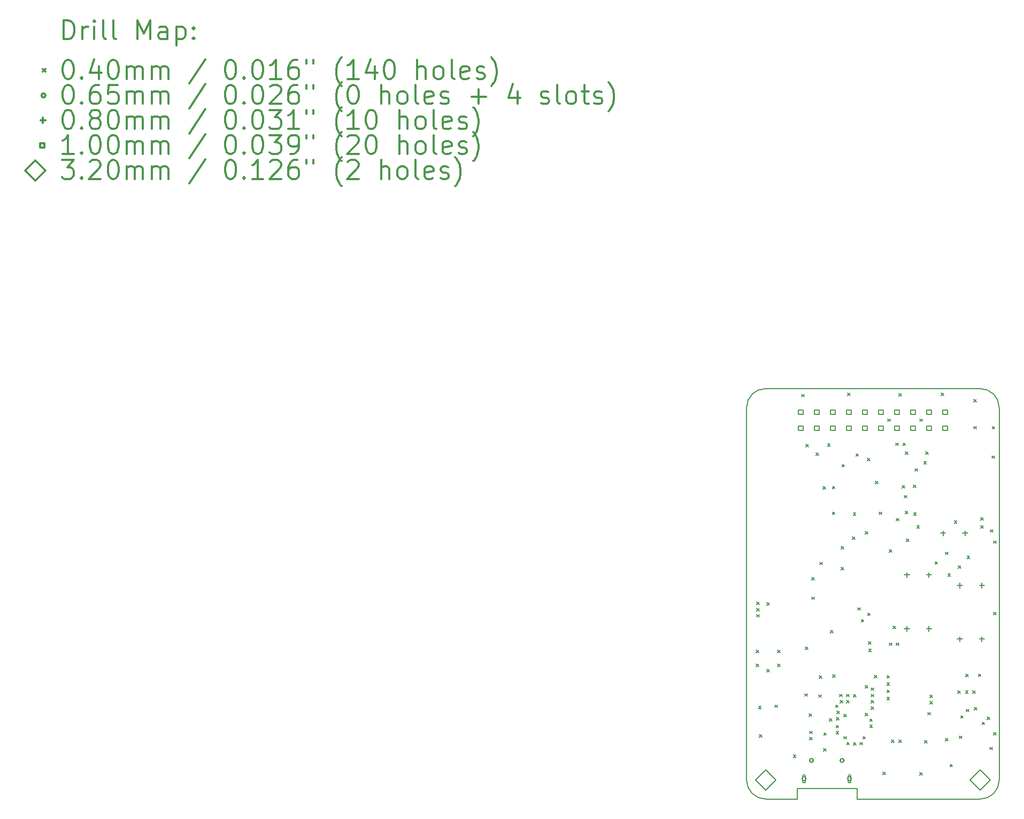
<source format=gbr>
%FSLAX45Y45*%
G04 Gerber Fmt 4.5, Leading zero omitted, Abs format (unit mm)*
G04 Created by KiCad (PCBNEW (5.1.5)-3) date 2020-06-30 19:59:05*
%MOMM*%
%LPD*%
G04 APERTURE LIST*
%TA.AperFunction,Profile*%
%ADD10C,0.150000*%
%TD*%
%ADD11C,0.200000*%
%ADD12C,0.300000*%
G04 APERTURE END LIST*
D10*
X-250000Y-6000000D02*
X1700000Y-6000000D01*
X-250000Y-5830000D02*
X-250000Y-6000000D01*
X-1200000Y-5830000D02*
X-250000Y-5830000D01*
X-1200000Y-6000000D02*
X-1200000Y-5830000D01*
X-1700000Y-6000000D02*
G75*
G02X-2000000Y-5700000I0J300000D01*
G01*
X2000000Y-5700000D02*
G75*
G02X1700000Y-6000000I-300000J0D01*
G01*
X1700000Y500000D02*
G75*
G02X2000000Y200000I0J-300000D01*
G01*
X-2000000Y200000D02*
G75*
G02X-1700000Y500000I300000J0D01*
G01*
X-2000000Y-5700000D02*
X-2000000Y200000D01*
X-1200000Y-6000000D02*
X-1700000Y-6000000D01*
X2000000Y200000D02*
X2000000Y-5700000D01*
X-1700000Y500000D02*
X1700000Y500000D01*
D11*
X-1850000Y-3640000D02*
X-1810000Y-3680000D01*
X-1810000Y-3640000D02*
X-1850000Y-3680000D01*
X-1850000Y-3860000D02*
X-1810000Y-3900000D01*
X-1810000Y-3860000D02*
X-1850000Y-3900000D01*
X-1840000Y-2880000D02*
X-1800000Y-2920000D01*
X-1800000Y-2880000D02*
X-1840000Y-2920000D01*
X-1840000Y-2980000D02*
X-1800000Y-3020000D01*
X-1800000Y-2980000D02*
X-1840000Y-3020000D01*
X-1840000Y-3080000D02*
X-1800000Y-3120000D01*
X-1800000Y-3080000D02*
X-1840000Y-3120000D01*
X-1810000Y-4530000D02*
X-1770000Y-4570000D01*
X-1770000Y-4530000D02*
X-1810000Y-4570000D01*
X-1800000Y-4980000D02*
X-1760000Y-5020000D01*
X-1760000Y-4980000D02*
X-1800000Y-5020000D01*
X-1680000Y-2890000D02*
X-1640000Y-2930000D01*
X-1640000Y-2890000D02*
X-1680000Y-2930000D01*
X-1680000Y-3950000D02*
X-1640000Y-3990000D01*
X-1640000Y-3950000D02*
X-1680000Y-3990000D01*
X-1550000Y-4510000D02*
X-1510000Y-4550000D01*
X-1510000Y-4510000D02*
X-1550000Y-4550000D01*
X-1510000Y-3640000D02*
X-1470000Y-3680000D01*
X-1470000Y-3640000D02*
X-1510000Y-3680000D01*
X-1510000Y-3860000D02*
X-1470000Y-3900000D01*
X-1470000Y-3860000D02*
X-1510000Y-3900000D01*
X-1260000Y-5300000D02*
X-1220000Y-5340000D01*
X-1220000Y-5300000D02*
X-1260000Y-5340000D01*
X-1130000Y410000D02*
X-1090000Y370000D01*
X-1090000Y410000D02*
X-1130000Y370000D01*
X-1077500Y-4332500D02*
X-1037500Y-4372500D01*
X-1037500Y-4332500D02*
X-1077500Y-4372500D01*
X-1070000Y-3590000D02*
X-1030000Y-3630000D01*
X-1030000Y-3590000D02*
X-1070000Y-3630000D01*
X-1060000Y-380000D02*
X-1020000Y-420000D01*
X-1020000Y-380000D02*
X-1060000Y-420000D01*
X-1010000Y-4650000D02*
X-970000Y-4690000D01*
X-970000Y-4650000D02*
X-1010000Y-4690000D01*
X-1000000Y-4925001D02*
X-960000Y-4965001D01*
X-960000Y-4925001D02*
X-1000000Y-4965001D01*
X-1000000Y-5020000D02*
X-960000Y-5060000D01*
X-960000Y-5020000D02*
X-1000000Y-5060000D01*
X-970000Y-2490000D02*
X-930000Y-2530000D01*
X-930000Y-2490000D02*
X-970000Y-2530000D01*
X-970000Y-2800000D02*
X-930000Y-2840000D01*
X-930000Y-2800000D02*
X-970000Y-2840000D01*
X-900000Y-520000D02*
X-860000Y-560000D01*
X-860000Y-520000D02*
X-900000Y-560000D01*
X-860000Y-4350000D02*
X-820000Y-4390000D01*
X-820000Y-4350000D02*
X-860000Y-4390000D01*
X-850000Y-4050000D02*
X-810000Y-4090000D01*
X-810000Y-4050000D02*
X-850000Y-4090000D01*
X-840000Y-2250000D02*
X-800000Y-2290000D01*
X-800000Y-2250000D02*
X-840000Y-2290000D01*
X-790000Y-1050000D02*
X-750000Y-1090000D01*
X-750000Y-1050000D02*
X-790000Y-1090000D01*
X-780000Y-5199998D02*
X-740000Y-5239998D01*
X-740000Y-5199998D02*
X-780000Y-5239998D01*
X-777500Y-4950001D02*
X-737500Y-4990001D01*
X-737500Y-4950001D02*
X-777500Y-4990001D01*
X-718500Y-373700D02*
X-678500Y-413700D01*
X-678500Y-373700D02*
X-718500Y-413700D01*
X-686000Y-4723000D02*
X-646000Y-4763000D01*
X-646000Y-4723000D02*
X-686000Y-4763000D01*
X-670000Y-3330000D02*
X-630000Y-3370000D01*
X-630000Y-3330000D02*
X-670000Y-3370000D01*
X-642300Y-1046800D02*
X-602300Y-1086800D01*
X-602300Y-1046800D02*
X-642300Y-1086800D01*
X-642300Y-1453200D02*
X-602300Y-1493200D01*
X-602300Y-1453200D02*
X-642300Y-1493200D01*
X-640000Y-4030000D02*
X-600000Y-4070000D01*
X-600000Y-4030000D02*
X-640000Y-4070000D01*
X-590000Y-4510000D02*
X-550000Y-4550000D01*
X-550000Y-4510000D02*
X-590000Y-4550000D01*
X-583000Y-4831000D02*
X-543000Y-4871000D01*
X-543000Y-4831000D02*
X-583000Y-4871000D01*
X-582000Y-4932000D02*
X-542000Y-4972000D01*
X-542000Y-4932000D02*
X-582000Y-4972000D01*
X-577000Y-4709000D02*
X-537000Y-4749000D01*
X-537000Y-4709000D02*
X-577000Y-4749000D01*
X-570000Y-4610000D02*
X-530000Y-4650000D01*
X-530000Y-4610000D02*
X-570000Y-4650000D01*
X-527500Y-4340000D02*
X-487500Y-4380000D01*
X-487500Y-4340000D02*
X-527500Y-4380000D01*
X-520000Y-4440000D02*
X-480000Y-4480000D01*
X-480000Y-4440000D02*
X-520000Y-4480000D01*
X-500000Y-2000000D02*
X-460000Y-2040000D01*
X-460000Y-2000000D02*
X-500000Y-2040000D01*
X-500000Y-2330000D02*
X-460000Y-2370000D01*
X-460000Y-2330000D02*
X-500000Y-2370000D01*
X-490000Y-700000D02*
X-450000Y-740000D01*
X-450000Y-700000D02*
X-490000Y-740000D01*
X-460000Y-4660000D02*
X-420000Y-4700000D01*
X-420000Y-4660000D02*
X-460000Y-4700000D01*
X-460000Y-5010000D02*
X-420000Y-5050000D01*
X-420000Y-5010000D02*
X-460000Y-5050000D01*
X-420000Y-4340000D02*
X-380000Y-4380000D01*
X-380000Y-4340000D02*
X-420000Y-4380000D01*
X-420000Y-4440000D02*
X-380000Y-4480000D01*
X-380000Y-4440000D02*
X-420000Y-4480000D01*
X-413000Y-5103000D02*
X-373000Y-5143000D01*
X-373000Y-5103000D02*
X-413000Y-5143000D01*
X-400000Y430000D02*
X-360000Y390000D01*
X-360000Y430000D02*
X-400000Y390000D01*
X-324800Y-1846900D02*
X-284800Y-1886900D01*
X-284800Y-1846900D02*
X-324800Y-1886900D01*
X-312100Y-1465900D02*
X-272100Y-1505900D01*
X-272100Y-1465900D02*
X-312100Y-1505900D01*
X-310000Y-4345000D02*
X-270000Y-4385000D01*
X-270000Y-4345000D02*
X-310000Y-4385000D01*
X-304379Y-5107498D02*
X-264379Y-5147498D01*
X-264379Y-5107498D02*
X-304379Y-5147498D01*
X-270000Y-530000D02*
X-230000Y-570000D01*
X-230000Y-530000D02*
X-270000Y-570000D01*
X-240000Y-2970000D02*
X-200000Y-3010000D01*
X-200000Y-2970000D02*
X-240000Y-3010000D01*
X-204000Y-5103000D02*
X-164000Y-5143000D01*
X-164000Y-5103000D02*
X-204000Y-5143000D01*
X-185100Y-3155000D02*
X-145100Y-3195000D01*
X-145100Y-3155000D02*
X-185100Y-3195000D01*
X-160000Y-5010000D02*
X-120000Y-5050000D01*
X-120000Y-5010000D02*
X-160000Y-5050000D01*
X-120000Y-1760000D02*
X-80000Y-1800000D01*
X-80000Y-1760000D02*
X-120000Y-1800000D01*
X-120000Y-4200000D02*
X-80000Y-4240000D01*
X-80000Y-4200000D02*
X-120000Y-4240000D01*
X-120000Y-4640000D02*
X-80000Y-4680000D01*
X-80000Y-4640000D02*
X-120000Y-4680000D01*
X-90000Y-600000D02*
X-50000Y-640000D01*
X-50000Y-600000D02*
X-90000Y-640000D01*
X-83500Y-3053400D02*
X-43500Y-3093400D01*
X-43500Y-3053400D02*
X-83500Y-3093400D01*
X-70000Y-3504000D02*
X-30000Y-3544000D01*
X-30000Y-3504000D02*
X-70000Y-3544000D01*
X-66000Y-3625000D02*
X-26000Y-3665000D01*
X-26000Y-3625000D02*
X-66000Y-3665000D01*
X-50000Y-4730000D02*
X-10000Y-4770000D01*
X-10000Y-4730000D02*
X-50000Y-4770000D01*
X-50000Y-4830000D02*
X-10000Y-4870000D01*
X-10000Y-4830000D02*
X-50000Y-4870000D01*
X-30000Y-4240000D02*
X10000Y-4280000D01*
X10000Y-4240000D02*
X-30000Y-4280000D01*
X-30000Y-4440000D02*
X10000Y-4480000D01*
X10000Y-4440000D02*
X-30000Y-4480000D01*
X-30000Y-4540000D02*
X10000Y-4580000D01*
X10000Y-4540000D02*
X-30000Y-4580000D01*
X-25000Y-4340000D02*
X15000Y-4380000D01*
X15000Y-4340000D02*
X-25000Y-4380000D01*
X20000Y-4040000D02*
X60000Y-4080000D01*
X60000Y-4040000D02*
X20000Y-4080000D01*
X40960Y-965520D02*
X80960Y-1005520D01*
X80960Y-965520D02*
X40960Y-1005520D01*
X101920Y-1453200D02*
X141920Y-1493200D01*
X141920Y-1453200D02*
X101920Y-1493200D01*
X160000Y-5570000D02*
X200000Y-5610000D01*
X200000Y-5570000D02*
X160000Y-5610000D01*
X221300Y-4044000D02*
X261300Y-4084000D01*
X261300Y-4044000D02*
X221300Y-4084000D01*
X221300Y-4158300D02*
X261300Y-4198300D01*
X261300Y-4158300D02*
X221300Y-4198300D01*
X221300Y-4272600D02*
X261300Y-4312600D01*
X261300Y-4272600D02*
X221300Y-4312600D01*
X221300Y-4386900D02*
X261300Y-4426900D01*
X261300Y-4386900D02*
X221300Y-4426900D01*
X234000Y20000D02*
X274000Y-20000D01*
X274000Y20000D02*
X234000Y-20000D01*
X259400Y-2047560D02*
X299400Y-2087560D01*
X299400Y-2047560D02*
X259400Y-2087560D01*
X261000Y-3528000D02*
X301000Y-3568000D01*
X301000Y-3528000D02*
X261000Y-3568000D01*
X295000Y-5065000D02*
X335000Y-5105000D01*
X335000Y-5065000D02*
X295000Y-5105000D01*
X320000Y-3260000D02*
X360000Y-3300000D01*
X360000Y-3260000D02*
X320000Y-3300000D01*
X361000Y-361000D02*
X401000Y-401000D01*
X401000Y-361000D02*
X361000Y-401000D01*
X368000Y-3527000D02*
X408000Y-3567000D01*
X408000Y-3527000D02*
X368000Y-3567000D01*
X371160Y-1554800D02*
X411160Y-1594800D01*
X411160Y-1554800D02*
X371160Y-1594800D01*
X410000Y420000D02*
X450000Y380000D01*
X450000Y420000D02*
X410000Y380000D01*
X415000Y-5065000D02*
X455000Y-5105000D01*
X455000Y-5065000D02*
X415000Y-5105000D01*
X462600Y-1031560D02*
X502600Y-1071560D01*
X502600Y-1031560D02*
X462600Y-1071560D01*
X475300Y-361000D02*
X515300Y-401000D01*
X515300Y-361000D02*
X475300Y-401000D01*
X500000Y-1190000D02*
X540000Y-1230000D01*
X540000Y-1190000D02*
X500000Y-1230000D01*
X513400Y-503240D02*
X553400Y-543240D01*
X553400Y-503240D02*
X513400Y-543240D01*
X513400Y-1437960D02*
X553400Y-1477960D01*
X553400Y-1437960D02*
X513400Y-1477960D01*
X533720Y-1879920D02*
X573720Y-1919920D01*
X573720Y-1879920D02*
X533720Y-1919920D01*
X640400Y-1026480D02*
X680400Y-1066480D01*
X680400Y-1026480D02*
X640400Y-1066480D01*
X645480Y-1463360D02*
X685480Y-1503360D01*
X685480Y-1463360D02*
X645480Y-1503360D01*
X665800Y-767400D02*
X705800Y-807400D01*
X705800Y-767400D02*
X665800Y-807400D01*
X696280Y-1666560D02*
X736280Y-1706560D01*
X736280Y-1666560D02*
X696280Y-1706560D01*
X740000Y-5580000D02*
X780000Y-5620000D01*
X780000Y-5580000D02*
X740000Y-5620000D01*
X742000Y20000D02*
X782000Y-20000D01*
X782000Y20000D02*
X742000Y-20000D01*
X805500Y-653100D02*
X845500Y-693100D01*
X845500Y-653100D02*
X805500Y-693100D01*
X820000Y-5072700D02*
X860000Y-5112700D01*
X860000Y-5072700D02*
X820000Y-5112700D01*
X838520Y-503240D02*
X878520Y-543240D01*
X878520Y-503240D02*
X838520Y-543240D01*
X869000Y-4628200D02*
X909000Y-4668200D01*
X909000Y-4628200D02*
X869000Y-4668200D01*
X904000Y-4352000D02*
X944000Y-4392000D01*
X944000Y-4352000D02*
X904000Y-4392000D01*
X904000Y-4452000D02*
X944000Y-4492000D01*
X944000Y-4452000D02*
X904000Y-4492000D01*
X983300Y-2240600D02*
X1023300Y-2280600D01*
X1023300Y-2240600D02*
X983300Y-2280600D01*
X1080000Y430000D02*
X1120000Y390000D01*
X1120000Y430000D02*
X1080000Y390000D01*
X1148400Y-2088200D02*
X1188400Y-2128200D01*
X1188400Y-2088200D02*
X1148400Y-2128200D01*
X1150000Y-5040000D02*
X1190000Y-5080000D01*
X1190000Y-5040000D02*
X1150000Y-5080000D01*
X1186500Y-2431100D02*
X1226500Y-2471100D01*
X1226500Y-2431100D02*
X1186500Y-2471100D01*
X1220000Y-5450000D02*
X1260000Y-5490000D01*
X1260000Y-5450000D02*
X1220000Y-5490000D01*
X1288100Y-1592900D02*
X1328100Y-1632900D01*
X1328100Y-1592900D02*
X1288100Y-1632900D01*
X1345000Y-4287000D02*
X1385000Y-4327000D01*
X1385000Y-4287000D02*
X1345000Y-4327000D01*
X1351600Y-2304100D02*
X1391600Y-2344100D01*
X1391600Y-2304100D02*
X1351600Y-2344100D01*
X1370000Y-5000000D02*
X1410000Y-5040000D01*
X1410000Y-5000000D02*
X1370000Y-5040000D01*
X1389700Y-4679000D02*
X1429700Y-4719000D01*
X1429700Y-4679000D02*
X1389700Y-4719000D01*
X1467298Y-4287118D02*
X1507298Y-4327118D01*
X1507298Y-4287118D02*
X1467298Y-4327118D01*
X1470000Y-4024000D02*
X1510000Y-4064000D01*
X1510000Y-4024000D02*
X1470000Y-4064000D01*
X1477000Y-4577400D02*
X1517000Y-4617400D01*
X1517000Y-4577400D02*
X1477000Y-4617400D01*
X1491300Y-2151700D02*
X1531300Y-2191700D01*
X1531300Y-2151700D02*
X1491300Y-2191700D01*
X1580000Y-4284000D02*
X1620000Y-4324000D01*
X1620000Y-4284000D02*
X1580000Y-4324000D01*
X1600000Y330000D02*
X1640000Y290000D01*
X1640000Y330000D02*
X1600000Y290000D01*
X1600000Y-100000D02*
X1640000Y-140000D01*
X1640000Y-100000D02*
X1600000Y-140000D01*
X1605000Y-4551000D02*
X1645000Y-4591000D01*
X1645000Y-4551000D02*
X1605000Y-4591000D01*
X1669100Y-4020000D02*
X1709100Y-4060000D01*
X1709100Y-4020000D02*
X1669100Y-4060000D01*
X1707200Y-1542100D02*
X1747200Y-1582100D01*
X1747200Y-1542100D02*
X1707200Y-1582100D01*
X1707200Y-1669100D02*
X1747200Y-1709100D01*
X1747200Y-1669100D02*
X1707200Y-1709100D01*
X1730000Y-4780000D02*
X1770000Y-4820000D01*
X1770000Y-4780000D02*
X1730000Y-4820000D01*
X1810000Y-4700000D02*
X1850000Y-4740000D01*
X1850000Y-4700000D02*
X1810000Y-4740000D01*
X1850000Y-5180000D02*
X1890000Y-5220000D01*
X1890000Y-5180000D02*
X1850000Y-5220000D01*
X1859600Y-1732600D02*
X1899600Y-1772600D01*
X1899600Y-1732600D02*
X1859600Y-1772600D01*
X1885000Y-564200D02*
X1925000Y-604200D01*
X1925000Y-564200D02*
X1885000Y-604200D01*
X1890000Y-100000D02*
X1930000Y-140000D01*
X1930000Y-100000D02*
X1890000Y-140000D01*
X1910400Y-1910400D02*
X1950400Y-1950400D01*
X1950400Y-1910400D02*
X1910400Y-1950400D01*
X1910400Y-3040700D02*
X1950400Y-3080700D01*
X1950400Y-3040700D02*
X1910400Y-3080700D01*
X1910400Y-4945700D02*
X1950400Y-4985700D01*
X1950400Y-4945700D02*
X1910400Y-4985700D01*
X-1057500Y-5680000D02*
G75*
G03X-1057500Y-5680000I-32500J0D01*
G01*
X-1112500Y-5637500D02*
X-1112500Y-5722500D01*
X-1067500Y-5637500D02*
X-1067500Y-5722500D01*
X-1112500Y-5722500D02*
G75*
G03X-1067500Y-5722500I22500J0D01*
G01*
X-1067500Y-5637500D02*
G75*
G03X-1112500Y-5637500I-22500J0D01*
G01*
X-940000Y-5390000D02*
G75*
G03X-940000Y-5390000I-32500J0D01*
G01*
X-995000Y-5380000D02*
X-995000Y-5400000D01*
X-950000Y-5380000D02*
X-950000Y-5400000D01*
X-995000Y-5400000D02*
G75*
G03X-950000Y-5400000I22500J0D01*
G01*
X-950000Y-5380000D02*
G75*
G03X-995000Y-5380000I-22500J0D01*
G01*
X-455000Y-5390000D02*
G75*
G03X-455000Y-5390000I-32500J0D01*
G01*
X-510000Y-5380000D02*
X-510000Y-5400000D01*
X-465000Y-5380000D02*
X-465000Y-5400000D01*
X-510000Y-5400000D02*
G75*
G03X-465000Y-5400000I22500J0D01*
G01*
X-465000Y-5380000D02*
G75*
G03X-510000Y-5380000I-22500J0D01*
G01*
X-337500Y-5680000D02*
G75*
G03X-337500Y-5680000I-32500J0D01*
G01*
X-392500Y-5637500D02*
X-392500Y-5722500D01*
X-347500Y-5637500D02*
X-347500Y-5722500D01*
X-392500Y-5722500D02*
G75*
G03X-347500Y-5722500I22500J0D01*
G01*
X-347500Y-5637500D02*
G75*
G03X-392500Y-5637500I-22500J0D01*
G01*
X1110500Y-1750700D02*
X1110500Y-1830700D01*
X1070500Y-1790700D02*
X1150500Y-1790700D01*
X1460500Y-1750700D02*
X1460500Y-1830700D01*
X1420500Y-1790700D02*
X1500500Y-1790700D01*
X539000Y-3262000D02*
X539000Y-3342000D01*
X499000Y-3302000D02*
X579000Y-3302000D01*
X889000Y-3262000D02*
X889000Y-3342000D01*
X849000Y-3302000D02*
X929000Y-3302000D01*
X539000Y-2411100D02*
X539000Y-2491100D01*
X499000Y-2451100D02*
X579000Y-2451100D01*
X889000Y-2411100D02*
X889000Y-2491100D01*
X849000Y-2451100D02*
X929000Y-2451100D01*
X1377200Y-3427100D02*
X1377200Y-3507100D01*
X1337200Y-3467100D02*
X1417200Y-3467100D01*
X1727200Y-3427100D02*
X1727200Y-3507100D01*
X1687200Y-3467100D02*
X1767200Y-3467100D01*
X1377200Y-2576200D02*
X1377200Y-2656200D01*
X1337200Y-2616200D02*
X1417200Y-2616200D01*
X1727200Y-2576200D02*
X1727200Y-2656200D01*
X1687200Y-2616200D02*
X1767200Y-2616200D01*
X-1107644Y91644D02*
X-1107644Y162356D01*
X-1178356Y162356D01*
X-1178356Y91644D01*
X-1107644Y91644D01*
X-1107644Y-162356D02*
X-1107644Y-91644D01*
X-1178356Y-91644D01*
X-1178356Y-162356D01*
X-1107644Y-162356D01*
X-853644Y91644D02*
X-853644Y162356D01*
X-924356Y162356D01*
X-924356Y91644D01*
X-853644Y91644D01*
X-853644Y-162356D02*
X-853644Y-91644D01*
X-924356Y-91644D01*
X-924356Y-162356D01*
X-853644Y-162356D01*
X-599644Y91644D02*
X-599644Y162356D01*
X-670356Y162356D01*
X-670356Y91644D01*
X-599644Y91644D01*
X-599644Y-162356D02*
X-599644Y-91644D01*
X-670356Y-91644D01*
X-670356Y-162356D01*
X-599644Y-162356D01*
X-345644Y91644D02*
X-345644Y162356D01*
X-416356Y162356D01*
X-416356Y91644D01*
X-345644Y91644D01*
X-345644Y-162356D02*
X-345644Y-91644D01*
X-416356Y-91644D01*
X-416356Y-162356D01*
X-345644Y-162356D01*
X-91644Y91644D02*
X-91644Y162356D01*
X-162356Y162356D01*
X-162356Y91644D01*
X-91644Y91644D01*
X-91644Y-162356D02*
X-91644Y-91644D01*
X-162356Y-91644D01*
X-162356Y-162356D01*
X-91644Y-162356D01*
X162356Y91644D02*
X162356Y162356D01*
X91644Y162356D01*
X91644Y91644D01*
X162356Y91644D01*
X162356Y-162356D02*
X162356Y-91644D01*
X91644Y-91644D01*
X91644Y-162356D01*
X162356Y-162356D01*
X416356Y91644D02*
X416356Y162356D01*
X345644Y162356D01*
X345644Y91644D01*
X416356Y91644D01*
X416356Y-162356D02*
X416356Y-91644D01*
X345644Y-91644D01*
X345644Y-162356D01*
X416356Y-162356D01*
X670356Y91644D02*
X670356Y162356D01*
X599644Y162356D01*
X599644Y91644D01*
X670356Y91644D01*
X670356Y-162356D02*
X670356Y-91644D01*
X599644Y-91644D01*
X599644Y-162356D01*
X670356Y-162356D01*
X924356Y91644D02*
X924356Y162356D01*
X853644Y162356D01*
X853644Y91644D01*
X924356Y91644D01*
X924356Y-162356D02*
X924356Y-91644D01*
X853644Y-91644D01*
X853644Y-162356D01*
X924356Y-162356D01*
X1178356Y91644D02*
X1178356Y162356D01*
X1107644Y162356D01*
X1107644Y91644D01*
X1178356Y91644D01*
X1178356Y-162356D02*
X1178356Y-91644D01*
X1107644Y-91644D01*
X1107644Y-162356D01*
X1178356Y-162356D01*
X1700000Y-5860000D02*
X1860000Y-5700000D01*
X1700000Y-5540000D01*
X1540000Y-5700000D01*
X1700000Y-5860000D01*
X-1700000Y-5860000D02*
X-1540000Y-5700000D01*
X-1700000Y-5540000D01*
X-1860000Y-5700000D01*
X-1700000Y-5860000D01*
D12*
X-12813571Y6034286D02*
X-12813571Y6334286D01*
X-12742143Y6334286D01*
X-12699286Y6320000D01*
X-12670714Y6291429D01*
X-12656429Y6262857D01*
X-12642143Y6205714D01*
X-12642143Y6162857D01*
X-12656429Y6105714D01*
X-12670714Y6077143D01*
X-12699286Y6048571D01*
X-12742143Y6034286D01*
X-12813571Y6034286D01*
X-12513571Y6034286D02*
X-12513571Y6234286D01*
X-12513571Y6177143D02*
X-12499286Y6205714D01*
X-12485000Y6220000D01*
X-12456429Y6234286D01*
X-12427857Y6234286D01*
X-12327857Y6034286D02*
X-12327857Y6234286D01*
X-12327857Y6334286D02*
X-12342143Y6320000D01*
X-12327857Y6305714D01*
X-12313571Y6320000D01*
X-12327857Y6334286D01*
X-12327857Y6305714D01*
X-12142143Y6034286D02*
X-12170714Y6048571D01*
X-12185000Y6077143D01*
X-12185000Y6334286D01*
X-11985000Y6034286D02*
X-12013571Y6048571D01*
X-12027857Y6077143D01*
X-12027857Y6334286D01*
X-11642143Y6034286D02*
X-11642143Y6334286D01*
X-11542143Y6120000D01*
X-11442143Y6334286D01*
X-11442143Y6034286D01*
X-11170714Y6034286D02*
X-11170714Y6191429D01*
X-11185000Y6220000D01*
X-11213571Y6234286D01*
X-11270714Y6234286D01*
X-11299286Y6220000D01*
X-11170714Y6048571D02*
X-11199286Y6034286D01*
X-11270714Y6034286D01*
X-11299286Y6048571D01*
X-11313571Y6077143D01*
X-11313571Y6105714D01*
X-11299286Y6134286D01*
X-11270714Y6148571D01*
X-11199286Y6148571D01*
X-11170714Y6162857D01*
X-11027857Y6234286D02*
X-11027857Y5934286D01*
X-11027857Y6220000D02*
X-10999286Y6234286D01*
X-10942143Y6234286D01*
X-10913572Y6220000D01*
X-10899286Y6205714D01*
X-10885000Y6177143D01*
X-10885000Y6091429D01*
X-10899286Y6062857D01*
X-10913572Y6048571D01*
X-10942143Y6034286D01*
X-10999286Y6034286D01*
X-11027857Y6048571D01*
X-10756429Y6062857D02*
X-10742143Y6048571D01*
X-10756429Y6034286D01*
X-10770714Y6048571D01*
X-10756429Y6062857D01*
X-10756429Y6034286D01*
X-10756429Y6220000D02*
X-10742143Y6205714D01*
X-10756429Y6191429D01*
X-10770714Y6205714D01*
X-10756429Y6220000D01*
X-10756429Y6191429D01*
X-13140000Y5560000D02*
X-13100000Y5520000D01*
X-13100000Y5560000D02*
X-13140000Y5520000D01*
X-12756429Y5704286D02*
X-12727857Y5704286D01*
X-12699286Y5690000D01*
X-12685000Y5675714D01*
X-12670714Y5647143D01*
X-12656429Y5590000D01*
X-12656429Y5518572D01*
X-12670714Y5461429D01*
X-12685000Y5432857D01*
X-12699286Y5418572D01*
X-12727857Y5404286D01*
X-12756429Y5404286D01*
X-12785000Y5418572D01*
X-12799286Y5432857D01*
X-12813571Y5461429D01*
X-12827857Y5518572D01*
X-12827857Y5590000D01*
X-12813571Y5647143D01*
X-12799286Y5675714D01*
X-12785000Y5690000D01*
X-12756429Y5704286D01*
X-12527857Y5432857D02*
X-12513571Y5418572D01*
X-12527857Y5404286D01*
X-12542143Y5418572D01*
X-12527857Y5432857D01*
X-12527857Y5404286D01*
X-12256429Y5604286D02*
X-12256429Y5404286D01*
X-12327857Y5718571D02*
X-12399286Y5504286D01*
X-12213571Y5504286D01*
X-12042143Y5704286D02*
X-12013571Y5704286D01*
X-11985000Y5690000D01*
X-11970714Y5675714D01*
X-11956429Y5647143D01*
X-11942143Y5590000D01*
X-11942143Y5518572D01*
X-11956429Y5461429D01*
X-11970714Y5432857D01*
X-11985000Y5418572D01*
X-12013571Y5404286D01*
X-12042143Y5404286D01*
X-12070714Y5418572D01*
X-12085000Y5432857D01*
X-12099286Y5461429D01*
X-12113571Y5518572D01*
X-12113571Y5590000D01*
X-12099286Y5647143D01*
X-12085000Y5675714D01*
X-12070714Y5690000D01*
X-12042143Y5704286D01*
X-11813571Y5404286D02*
X-11813571Y5604286D01*
X-11813571Y5575714D02*
X-11799286Y5590000D01*
X-11770714Y5604286D01*
X-11727857Y5604286D01*
X-11699286Y5590000D01*
X-11685000Y5561429D01*
X-11685000Y5404286D01*
X-11685000Y5561429D02*
X-11670714Y5590000D01*
X-11642143Y5604286D01*
X-11599286Y5604286D01*
X-11570714Y5590000D01*
X-11556429Y5561429D01*
X-11556429Y5404286D01*
X-11413571Y5404286D02*
X-11413571Y5604286D01*
X-11413571Y5575714D02*
X-11399286Y5590000D01*
X-11370714Y5604286D01*
X-11327857Y5604286D01*
X-11299286Y5590000D01*
X-11285000Y5561429D01*
X-11285000Y5404286D01*
X-11285000Y5561429D02*
X-11270714Y5590000D01*
X-11242143Y5604286D01*
X-11199286Y5604286D01*
X-11170714Y5590000D01*
X-11156429Y5561429D01*
X-11156429Y5404286D01*
X-10570714Y5718571D02*
X-10827857Y5332857D01*
X-10185000Y5704286D02*
X-10156429Y5704286D01*
X-10127857Y5690000D01*
X-10113572Y5675714D01*
X-10099286Y5647143D01*
X-10085000Y5590000D01*
X-10085000Y5518572D01*
X-10099286Y5461429D01*
X-10113572Y5432857D01*
X-10127857Y5418572D01*
X-10156429Y5404286D01*
X-10185000Y5404286D01*
X-10213572Y5418572D01*
X-10227857Y5432857D01*
X-10242143Y5461429D01*
X-10256429Y5518572D01*
X-10256429Y5590000D01*
X-10242143Y5647143D01*
X-10227857Y5675714D01*
X-10213572Y5690000D01*
X-10185000Y5704286D01*
X-9956429Y5432857D02*
X-9942143Y5418572D01*
X-9956429Y5404286D01*
X-9970714Y5418572D01*
X-9956429Y5432857D01*
X-9956429Y5404286D01*
X-9756429Y5704286D02*
X-9727857Y5704286D01*
X-9699286Y5690000D01*
X-9685000Y5675714D01*
X-9670714Y5647143D01*
X-9656429Y5590000D01*
X-9656429Y5518572D01*
X-9670714Y5461429D01*
X-9685000Y5432857D01*
X-9699286Y5418572D01*
X-9727857Y5404286D01*
X-9756429Y5404286D01*
X-9785000Y5418572D01*
X-9799286Y5432857D01*
X-9813572Y5461429D01*
X-9827857Y5518572D01*
X-9827857Y5590000D01*
X-9813572Y5647143D01*
X-9799286Y5675714D01*
X-9785000Y5690000D01*
X-9756429Y5704286D01*
X-9370714Y5404286D02*
X-9542143Y5404286D01*
X-9456429Y5404286D02*
X-9456429Y5704286D01*
X-9485000Y5661429D01*
X-9513572Y5632857D01*
X-9542143Y5618571D01*
X-9113572Y5704286D02*
X-9170714Y5704286D01*
X-9199286Y5690000D01*
X-9213572Y5675714D01*
X-9242143Y5632857D01*
X-9256429Y5575714D01*
X-9256429Y5461429D01*
X-9242143Y5432857D01*
X-9227857Y5418572D01*
X-9199286Y5404286D01*
X-9142143Y5404286D01*
X-9113572Y5418572D01*
X-9099286Y5432857D01*
X-9085000Y5461429D01*
X-9085000Y5532857D01*
X-9099286Y5561429D01*
X-9113572Y5575714D01*
X-9142143Y5590000D01*
X-9199286Y5590000D01*
X-9227857Y5575714D01*
X-9242143Y5561429D01*
X-9256429Y5532857D01*
X-8970714Y5704286D02*
X-8970714Y5647143D01*
X-8856429Y5704286D02*
X-8856429Y5647143D01*
X-8413572Y5290000D02*
X-8427857Y5304286D01*
X-8456429Y5347143D01*
X-8470714Y5375714D01*
X-8485000Y5418572D01*
X-8499286Y5490000D01*
X-8499286Y5547143D01*
X-8485000Y5618571D01*
X-8470714Y5661429D01*
X-8456429Y5690000D01*
X-8427857Y5732857D01*
X-8413572Y5747143D01*
X-8142143Y5404286D02*
X-8313571Y5404286D01*
X-8227857Y5404286D02*
X-8227857Y5704286D01*
X-8256429Y5661429D01*
X-8285000Y5632857D01*
X-8313571Y5618571D01*
X-7885000Y5604286D02*
X-7885000Y5404286D01*
X-7956429Y5718571D02*
X-8027857Y5504286D01*
X-7842143Y5504286D01*
X-7670714Y5704286D02*
X-7642143Y5704286D01*
X-7613571Y5690000D01*
X-7599286Y5675714D01*
X-7585000Y5647143D01*
X-7570714Y5590000D01*
X-7570714Y5518572D01*
X-7585000Y5461429D01*
X-7599286Y5432857D01*
X-7613571Y5418572D01*
X-7642143Y5404286D01*
X-7670714Y5404286D01*
X-7699286Y5418572D01*
X-7713571Y5432857D01*
X-7727857Y5461429D01*
X-7742143Y5518572D01*
X-7742143Y5590000D01*
X-7727857Y5647143D01*
X-7713571Y5675714D01*
X-7699286Y5690000D01*
X-7670714Y5704286D01*
X-7213571Y5404286D02*
X-7213571Y5704286D01*
X-7085000Y5404286D02*
X-7085000Y5561429D01*
X-7099286Y5590000D01*
X-7127857Y5604286D01*
X-7170714Y5604286D01*
X-7199286Y5590000D01*
X-7213571Y5575714D01*
X-6899286Y5404286D02*
X-6927857Y5418572D01*
X-6942143Y5432857D01*
X-6956429Y5461429D01*
X-6956429Y5547143D01*
X-6942143Y5575714D01*
X-6927857Y5590000D01*
X-6899286Y5604286D01*
X-6856429Y5604286D01*
X-6827857Y5590000D01*
X-6813571Y5575714D01*
X-6799286Y5547143D01*
X-6799286Y5461429D01*
X-6813571Y5432857D01*
X-6827857Y5418572D01*
X-6856429Y5404286D01*
X-6899286Y5404286D01*
X-6627857Y5404286D02*
X-6656429Y5418572D01*
X-6670714Y5447143D01*
X-6670714Y5704286D01*
X-6399286Y5418572D02*
X-6427857Y5404286D01*
X-6485000Y5404286D01*
X-6513571Y5418572D01*
X-6527857Y5447143D01*
X-6527857Y5561429D01*
X-6513571Y5590000D01*
X-6485000Y5604286D01*
X-6427857Y5604286D01*
X-6399286Y5590000D01*
X-6385000Y5561429D01*
X-6385000Y5532857D01*
X-6527857Y5504286D01*
X-6270714Y5418572D02*
X-6242143Y5404286D01*
X-6185000Y5404286D01*
X-6156429Y5418572D01*
X-6142143Y5447143D01*
X-6142143Y5461429D01*
X-6156429Y5490000D01*
X-6185000Y5504286D01*
X-6227857Y5504286D01*
X-6256429Y5518572D01*
X-6270714Y5547143D01*
X-6270714Y5561429D01*
X-6256429Y5590000D01*
X-6227857Y5604286D01*
X-6185000Y5604286D01*
X-6156429Y5590000D01*
X-6042143Y5290000D02*
X-6027857Y5304286D01*
X-5999286Y5347143D01*
X-5985000Y5375714D01*
X-5970714Y5418572D01*
X-5956429Y5490000D01*
X-5956429Y5547143D01*
X-5970714Y5618571D01*
X-5985000Y5661429D01*
X-5999286Y5690000D01*
X-6027857Y5732857D01*
X-6042143Y5747143D01*
X-13100000Y5144000D02*
G75*
G03X-13100000Y5144000I-32500J0D01*
G01*
X-12756429Y5308286D02*
X-12727857Y5308286D01*
X-12699286Y5294000D01*
X-12685000Y5279714D01*
X-12670714Y5251143D01*
X-12656429Y5194000D01*
X-12656429Y5122572D01*
X-12670714Y5065429D01*
X-12685000Y5036857D01*
X-12699286Y5022572D01*
X-12727857Y5008286D01*
X-12756429Y5008286D01*
X-12785000Y5022572D01*
X-12799286Y5036857D01*
X-12813571Y5065429D01*
X-12827857Y5122572D01*
X-12827857Y5194000D01*
X-12813571Y5251143D01*
X-12799286Y5279714D01*
X-12785000Y5294000D01*
X-12756429Y5308286D01*
X-12527857Y5036857D02*
X-12513571Y5022572D01*
X-12527857Y5008286D01*
X-12542143Y5022572D01*
X-12527857Y5036857D01*
X-12527857Y5008286D01*
X-12256429Y5308286D02*
X-12313571Y5308286D01*
X-12342143Y5294000D01*
X-12356429Y5279714D01*
X-12385000Y5236857D01*
X-12399286Y5179714D01*
X-12399286Y5065429D01*
X-12385000Y5036857D01*
X-12370714Y5022572D01*
X-12342143Y5008286D01*
X-12285000Y5008286D01*
X-12256429Y5022572D01*
X-12242143Y5036857D01*
X-12227857Y5065429D01*
X-12227857Y5136857D01*
X-12242143Y5165429D01*
X-12256429Y5179714D01*
X-12285000Y5194000D01*
X-12342143Y5194000D01*
X-12370714Y5179714D01*
X-12385000Y5165429D01*
X-12399286Y5136857D01*
X-11956429Y5308286D02*
X-12099286Y5308286D01*
X-12113571Y5165429D01*
X-12099286Y5179714D01*
X-12070714Y5194000D01*
X-11999286Y5194000D01*
X-11970714Y5179714D01*
X-11956429Y5165429D01*
X-11942143Y5136857D01*
X-11942143Y5065429D01*
X-11956429Y5036857D01*
X-11970714Y5022572D01*
X-11999286Y5008286D01*
X-12070714Y5008286D01*
X-12099286Y5022572D01*
X-12113571Y5036857D01*
X-11813571Y5008286D02*
X-11813571Y5208286D01*
X-11813571Y5179714D02*
X-11799286Y5194000D01*
X-11770714Y5208286D01*
X-11727857Y5208286D01*
X-11699286Y5194000D01*
X-11685000Y5165429D01*
X-11685000Y5008286D01*
X-11685000Y5165429D02*
X-11670714Y5194000D01*
X-11642143Y5208286D01*
X-11599286Y5208286D01*
X-11570714Y5194000D01*
X-11556429Y5165429D01*
X-11556429Y5008286D01*
X-11413571Y5008286D02*
X-11413571Y5208286D01*
X-11413571Y5179714D02*
X-11399286Y5194000D01*
X-11370714Y5208286D01*
X-11327857Y5208286D01*
X-11299286Y5194000D01*
X-11285000Y5165429D01*
X-11285000Y5008286D01*
X-11285000Y5165429D02*
X-11270714Y5194000D01*
X-11242143Y5208286D01*
X-11199286Y5208286D01*
X-11170714Y5194000D01*
X-11156429Y5165429D01*
X-11156429Y5008286D01*
X-10570714Y5322572D02*
X-10827857Y4936857D01*
X-10185000Y5308286D02*
X-10156429Y5308286D01*
X-10127857Y5294000D01*
X-10113572Y5279714D01*
X-10099286Y5251143D01*
X-10085000Y5194000D01*
X-10085000Y5122572D01*
X-10099286Y5065429D01*
X-10113572Y5036857D01*
X-10127857Y5022572D01*
X-10156429Y5008286D01*
X-10185000Y5008286D01*
X-10213572Y5022572D01*
X-10227857Y5036857D01*
X-10242143Y5065429D01*
X-10256429Y5122572D01*
X-10256429Y5194000D01*
X-10242143Y5251143D01*
X-10227857Y5279714D01*
X-10213572Y5294000D01*
X-10185000Y5308286D01*
X-9956429Y5036857D02*
X-9942143Y5022572D01*
X-9956429Y5008286D01*
X-9970714Y5022572D01*
X-9956429Y5036857D01*
X-9956429Y5008286D01*
X-9756429Y5308286D02*
X-9727857Y5308286D01*
X-9699286Y5294000D01*
X-9685000Y5279714D01*
X-9670714Y5251143D01*
X-9656429Y5194000D01*
X-9656429Y5122572D01*
X-9670714Y5065429D01*
X-9685000Y5036857D01*
X-9699286Y5022572D01*
X-9727857Y5008286D01*
X-9756429Y5008286D01*
X-9785000Y5022572D01*
X-9799286Y5036857D01*
X-9813572Y5065429D01*
X-9827857Y5122572D01*
X-9827857Y5194000D01*
X-9813572Y5251143D01*
X-9799286Y5279714D01*
X-9785000Y5294000D01*
X-9756429Y5308286D01*
X-9542143Y5279714D02*
X-9527857Y5294000D01*
X-9499286Y5308286D01*
X-9427857Y5308286D01*
X-9399286Y5294000D01*
X-9385000Y5279714D01*
X-9370714Y5251143D01*
X-9370714Y5222572D01*
X-9385000Y5179714D01*
X-9556429Y5008286D01*
X-9370714Y5008286D01*
X-9113572Y5308286D02*
X-9170714Y5308286D01*
X-9199286Y5294000D01*
X-9213572Y5279714D01*
X-9242143Y5236857D01*
X-9256429Y5179714D01*
X-9256429Y5065429D01*
X-9242143Y5036857D01*
X-9227857Y5022572D01*
X-9199286Y5008286D01*
X-9142143Y5008286D01*
X-9113572Y5022572D01*
X-9099286Y5036857D01*
X-9085000Y5065429D01*
X-9085000Y5136857D01*
X-9099286Y5165429D01*
X-9113572Y5179714D01*
X-9142143Y5194000D01*
X-9199286Y5194000D01*
X-9227857Y5179714D01*
X-9242143Y5165429D01*
X-9256429Y5136857D01*
X-8970714Y5308286D02*
X-8970714Y5251143D01*
X-8856429Y5308286D02*
X-8856429Y5251143D01*
X-8413572Y4894000D02*
X-8427857Y4908286D01*
X-8456429Y4951143D01*
X-8470714Y4979714D01*
X-8485000Y5022572D01*
X-8499286Y5094000D01*
X-8499286Y5151143D01*
X-8485000Y5222572D01*
X-8470714Y5265429D01*
X-8456429Y5294000D01*
X-8427857Y5336857D01*
X-8413572Y5351143D01*
X-8242143Y5308286D02*
X-8213571Y5308286D01*
X-8185000Y5294000D01*
X-8170714Y5279714D01*
X-8156429Y5251143D01*
X-8142143Y5194000D01*
X-8142143Y5122572D01*
X-8156429Y5065429D01*
X-8170714Y5036857D01*
X-8185000Y5022572D01*
X-8213571Y5008286D01*
X-8242143Y5008286D01*
X-8270714Y5022572D01*
X-8285000Y5036857D01*
X-8299286Y5065429D01*
X-8313571Y5122572D01*
X-8313571Y5194000D01*
X-8299286Y5251143D01*
X-8285000Y5279714D01*
X-8270714Y5294000D01*
X-8242143Y5308286D01*
X-7785000Y5008286D02*
X-7785000Y5308286D01*
X-7656429Y5008286D02*
X-7656429Y5165429D01*
X-7670714Y5194000D01*
X-7699286Y5208286D01*
X-7742143Y5208286D01*
X-7770714Y5194000D01*
X-7785000Y5179714D01*
X-7470714Y5008286D02*
X-7499286Y5022572D01*
X-7513571Y5036857D01*
X-7527857Y5065429D01*
X-7527857Y5151143D01*
X-7513571Y5179714D01*
X-7499286Y5194000D01*
X-7470714Y5208286D01*
X-7427857Y5208286D01*
X-7399286Y5194000D01*
X-7385000Y5179714D01*
X-7370714Y5151143D01*
X-7370714Y5065429D01*
X-7385000Y5036857D01*
X-7399286Y5022572D01*
X-7427857Y5008286D01*
X-7470714Y5008286D01*
X-7199286Y5008286D02*
X-7227857Y5022572D01*
X-7242143Y5051143D01*
X-7242143Y5308286D01*
X-6970714Y5022572D02*
X-6999286Y5008286D01*
X-7056429Y5008286D01*
X-7085000Y5022572D01*
X-7099286Y5051143D01*
X-7099286Y5165429D01*
X-7085000Y5194000D01*
X-7056429Y5208286D01*
X-6999286Y5208286D01*
X-6970714Y5194000D01*
X-6956429Y5165429D01*
X-6956429Y5136857D01*
X-7099286Y5108286D01*
X-6842143Y5022572D02*
X-6813571Y5008286D01*
X-6756429Y5008286D01*
X-6727857Y5022572D01*
X-6713571Y5051143D01*
X-6713571Y5065429D01*
X-6727857Y5094000D01*
X-6756429Y5108286D01*
X-6799286Y5108286D01*
X-6827857Y5122572D01*
X-6842143Y5151143D01*
X-6842143Y5165429D01*
X-6827857Y5194000D01*
X-6799286Y5208286D01*
X-6756429Y5208286D01*
X-6727857Y5194000D01*
X-6356429Y5122572D02*
X-6127857Y5122572D01*
X-6242143Y5008286D02*
X-6242143Y5236857D01*
X-5627857Y5208286D02*
X-5627857Y5008286D01*
X-5699286Y5322572D02*
X-5770714Y5108286D01*
X-5585000Y5108286D01*
X-5256429Y5022572D02*
X-5227857Y5008286D01*
X-5170714Y5008286D01*
X-5142143Y5022572D01*
X-5127857Y5051143D01*
X-5127857Y5065429D01*
X-5142143Y5094000D01*
X-5170714Y5108286D01*
X-5213572Y5108286D01*
X-5242143Y5122572D01*
X-5256429Y5151143D01*
X-5256429Y5165429D01*
X-5242143Y5194000D01*
X-5213572Y5208286D01*
X-5170714Y5208286D01*
X-5142143Y5194000D01*
X-4956429Y5008286D02*
X-4985000Y5022572D01*
X-4999286Y5051143D01*
X-4999286Y5308286D01*
X-4799286Y5008286D02*
X-4827857Y5022572D01*
X-4842143Y5036857D01*
X-4856429Y5065429D01*
X-4856429Y5151143D01*
X-4842143Y5179714D01*
X-4827857Y5194000D01*
X-4799286Y5208286D01*
X-4756429Y5208286D01*
X-4727857Y5194000D01*
X-4713572Y5179714D01*
X-4699286Y5151143D01*
X-4699286Y5065429D01*
X-4713572Y5036857D01*
X-4727857Y5022572D01*
X-4756429Y5008286D01*
X-4799286Y5008286D01*
X-4613572Y5208286D02*
X-4499286Y5208286D01*
X-4570714Y5308286D02*
X-4570714Y5051143D01*
X-4556429Y5022572D01*
X-4527857Y5008286D01*
X-4499286Y5008286D01*
X-4413572Y5022572D02*
X-4385000Y5008286D01*
X-4327857Y5008286D01*
X-4299286Y5022572D01*
X-4285000Y5051143D01*
X-4285000Y5065429D01*
X-4299286Y5094000D01*
X-4327857Y5108286D01*
X-4370714Y5108286D01*
X-4399286Y5122572D01*
X-4413572Y5151143D01*
X-4413572Y5165429D01*
X-4399286Y5194000D01*
X-4370714Y5208286D01*
X-4327857Y5208286D01*
X-4299286Y5194000D01*
X-4185000Y4894000D02*
X-4170714Y4908286D01*
X-4142143Y4951143D01*
X-4127857Y4979714D01*
X-4113571Y5022572D01*
X-4099286Y5094000D01*
X-4099286Y5151143D01*
X-4113571Y5222572D01*
X-4127857Y5265429D01*
X-4142143Y5294000D01*
X-4170714Y5336857D01*
X-4185000Y5351143D01*
X-13140000Y4788000D02*
X-13140000Y4708000D01*
X-13180000Y4748000D02*
X-13100000Y4748000D01*
X-12756429Y4912286D02*
X-12727857Y4912286D01*
X-12699286Y4898000D01*
X-12685000Y4883714D01*
X-12670714Y4855143D01*
X-12656429Y4798000D01*
X-12656429Y4726572D01*
X-12670714Y4669429D01*
X-12685000Y4640857D01*
X-12699286Y4626572D01*
X-12727857Y4612286D01*
X-12756429Y4612286D01*
X-12785000Y4626572D01*
X-12799286Y4640857D01*
X-12813571Y4669429D01*
X-12827857Y4726572D01*
X-12827857Y4798000D01*
X-12813571Y4855143D01*
X-12799286Y4883714D01*
X-12785000Y4898000D01*
X-12756429Y4912286D01*
X-12527857Y4640857D02*
X-12513571Y4626572D01*
X-12527857Y4612286D01*
X-12542143Y4626572D01*
X-12527857Y4640857D01*
X-12527857Y4612286D01*
X-12342143Y4783714D02*
X-12370714Y4798000D01*
X-12385000Y4812286D01*
X-12399286Y4840857D01*
X-12399286Y4855143D01*
X-12385000Y4883714D01*
X-12370714Y4898000D01*
X-12342143Y4912286D01*
X-12285000Y4912286D01*
X-12256429Y4898000D01*
X-12242143Y4883714D01*
X-12227857Y4855143D01*
X-12227857Y4840857D01*
X-12242143Y4812286D01*
X-12256429Y4798000D01*
X-12285000Y4783714D01*
X-12342143Y4783714D01*
X-12370714Y4769429D01*
X-12385000Y4755143D01*
X-12399286Y4726572D01*
X-12399286Y4669429D01*
X-12385000Y4640857D01*
X-12370714Y4626572D01*
X-12342143Y4612286D01*
X-12285000Y4612286D01*
X-12256429Y4626572D01*
X-12242143Y4640857D01*
X-12227857Y4669429D01*
X-12227857Y4726572D01*
X-12242143Y4755143D01*
X-12256429Y4769429D01*
X-12285000Y4783714D01*
X-12042143Y4912286D02*
X-12013571Y4912286D01*
X-11985000Y4898000D01*
X-11970714Y4883714D01*
X-11956429Y4855143D01*
X-11942143Y4798000D01*
X-11942143Y4726572D01*
X-11956429Y4669429D01*
X-11970714Y4640857D01*
X-11985000Y4626572D01*
X-12013571Y4612286D01*
X-12042143Y4612286D01*
X-12070714Y4626572D01*
X-12085000Y4640857D01*
X-12099286Y4669429D01*
X-12113571Y4726572D01*
X-12113571Y4798000D01*
X-12099286Y4855143D01*
X-12085000Y4883714D01*
X-12070714Y4898000D01*
X-12042143Y4912286D01*
X-11813571Y4612286D02*
X-11813571Y4812286D01*
X-11813571Y4783714D02*
X-11799286Y4798000D01*
X-11770714Y4812286D01*
X-11727857Y4812286D01*
X-11699286Y4798000D01*
X-11685000Y4769429D01*
X-11685000Y4612286D01*
X-11685000Y4769429D02*
X-11670714Y4798000D01*
X-11642143Y4812286D01*
X-11599286Y4812286D01*
X-11570714Y4798000D01*
X-11556429Y4769429D01*
X-11556429Y4612286D01*
X-11413571Y4612286D02*
X-11413571Y4812286D01*
X-11413571Y4783714D02*
X-11399286Y4798000D01*
X-11370714Y4812286D01*
X-11327857Y4812286D01*
X-11299286Y4798000D01*
X-11285000Y4769429D01*
X-11285000Y4612286D01*
X-11285000Y4769429D02*
X-11270714Y4798000D01*
X-11242143Y4812286D01*
X-11199286Y4812286D01*
X-11170714Y4798000D01*
X-11156429Y4769429D01*
X-11156429Y4612286D01*
X-10570714Y4926572D02*
X-10827857Y4540857D01*
X-10185000Y4912286D02*
X-10156429Y4912286D01*
X-10127857Y4898000D01*
X-10113572Y4883714D01*
X-10099286Y4855143D01*
X-10085000Y4798000D01*
X-10085000Y4726572D01*
X-10099286Y4669429D01*
X-10113572Y4640857D01*
X-10127857Y4626572D01*
X-10156429Y4612286D01*
X-10185000Y4612286D01*
X-10213572Y4626572D01*
X-10227857Y4640857D01*
X-10242143Y4669429D01*
X-10256429Y4726572D01*
X-10256429Y4798000D01*
X-10242143Y4855143D01*
X-10227857Y4883714D01*
X-10213572Y4898000D01*
X-10185000Y4912286D01*
X-9956429Y4640857D02*
X-9942143Y4626572D01*
X-9956429Y4612286D01*
X-9970714Y4626572D01*
X-9956429Y4640857D01*
X-9956429Y4612286D01*
X-9756429Y4912286D02*
X-9727857Y4912286D01*
X-9699286Y4898000D01*
X-9685000Y4883714D01*
X-9670714Y4855143D01*
X-9656429Y4798000D01*
X-9656429Y4726572D01*
X-9670714Y4669429D01*
X-9685000Y4640857D01*
X-9699286Y4626572D01*
X-9727857Y4612286D01*
X-9756429Y4612286D01*
X-9785000Y4626572D01*
X-9799286Y4640857D01*
X-9813572Y4669429D01*
X-9827857Y4726572D01*
X-9827857Y4798000D01*
X-9813572Y4855143D01*
X-9799286Y4883714D01*
X-9785000Y4898000D01*
X-9756429Y4912286D01*
X-9556429Y4912286D02*
X-9370714Y4912286D01*
X-9470714Y4798000D01*
X-9427857Y4798000D01*
X-9399286Y4783714D01*
X-9385000Y4769429D01*
X-9370714Y4740857D01*
X-9370714Y4669429D01*
X-9385000Y4640857D01*
X-9399286Y4626572D01*
X-9427857Y4612286D01*
X-9513572Y4612286D01*
X-9542143Y4626572D01*
X-9556429Y4640857D01*
X-9085000Y4612286D02*
X-9256429Y4612286D01*
X-9170714Y4612286D02*
X-9170714Y4912286D01*
X-9199286Y4869429D01*
X-9227857Y4840857D01*
X-9256429Y4826572D01*
X-8970714Y4912286D02*
X-8970714Y4855143D01*
X-8856429Y4912286D02*
X-8856429Y4855143D01*
X-8413572Y4498000D02*
X-8427857Y4512286D01*
X-8456429Y4555143D01*
X-8470714Y4583714D01*
X-8485000Y4626572D01*
X-8499286Y4698000D01*
X-8499286Y4755143D01*
X-8485000Y4826572D01*
X-8470714Y4869429D01*
X-8456429Y4898000D01*
X-8427857Y4940857D01*
X-8413572Y4955143D01*
X-8142143Y4612286D02*
X-8313571Y4612286D01*
X-8227857Y4612286D02*
X-8227857Y4912286D01*
X-8256429Y4869429D01*
X-8285000Y4840857D01*
X-8313571Y4826572D01*
X-7956429Y4912286D02*
X-7927857Y4912286D01*
X-7899286Y4898000D01*
X-7885000Y4883714D01*
X-7870714Y4855143D01*
X-7856429Y4798000D01*
X-7856429Y4726572D01*
X-7870714Y4669429D01*
X-7885000Y4640857D01*
X-7899286Y4626572D01*
X-7927857Y4612286D01*
X-7956429Y4612286D01*
X-7985000Y4626572D01*
X-7999286Y4640857D01*
X-8013571Y4669429D01*
X-8027857Y4726572D01*
X-8027857Y4798000D01*
X-8013571Y4855143D01*
X-7999286Y4883714D01*
X-7985000Y4898000D01*
X-7956429Y4912286D01*
X-7499286Y4612286D02*
X-7499286Y4912286D01*
X-7370714Y4612286D02*
X-7370714Y4769429D01*
X-7385000Y4798000D01*
X-7413571Y4812286D01*
X-7456429Y4812286D01*
X-7485000Y4798000D01*
X-7499286Y4783714D01*
X-7185000Y4612286D02*
X-7213571Y4626572D01*
X-7227857Y4640857D01*
X-7242143Y4669429D01*
X-7242143Y4755143D01*
X-7227857Y4783714D01*
X-7213571Y4798000D01*
X-7185000Y4812286D01*
X-7142143Y4812286D01*
X-7113571Y4798000D01*
X-7099286Y4783714D01*
X-7085000Y4755143D01*
X-7085000Y4669429D01*
X-7099286Y4640857D01*
X-7113571Y4626572D01*
X-7142143Y4612286D01*
X-7185000Y4612286D01*
X-6913571Y4612286D02*
X-6942143Y4626572D01*
X-6956429Y4655143D01*
X-6956429Y4912286D01*
X-6685000Y4626572D02*
X-6713571Y4612286D01*
X-6770714Y4612286D01*
X-6799286Y4626572D01*
X-6813571Y4655143D01*
X-6813571Y4769429D01*
X-6799286Y4798000D01*
X-6770714Y4812286D01*
X-6713571Y4812286D01*
X-6685000Y4798000D01*
X-6670714Y4769429D01*
X-6670714Y4740857D01*
X-6813571Y4712286D01*
X-6556429Y4626572D02*
X-6527857Y4612286D01*
X-6470714Y4612286D01*
X-6442143Y4626572D01*
X-6427857Y4655143D01*
X-6427857Y4669429D01*
X-6442143Y4698000D01*
X-6470714Y4712286D01*
X-6513571Y4712286D01*
X-6542143Y4726572D01*
X-6556429Y4755143D01*
X-6556429Y4769429D01*
X-6542143Y4798000D01*
X-6513571Y4812286D01*
X-6470714Y4812286D01*
X-6442143Y4798000D01*
X-6327857Y4498000D02*
X-6313571Y4512286D01*
X-6285000Y4555143D01*
X-6270714Y4583714D01*
X-6256429Y4626572D01*
X-6242143Y4698000D01*
X-6242143Y4755143D01*
X-6256429Y4826572D01*
X-6270714Y4869429D01*
X-6285000Y4898000D01*
X-6313571Y4940857D01*
X-6327857Y4955143D01*
X-13114644Y4316644D02*
X-13114644Y4387356D01*
X-13185356Y4387356D01*
X-13185356Y4316644D01*
X-13114644Y4316644D01*
X-12656429Y4216286D02*
X-12827857Y4216286D01*
X-12742143Y4216286D02*
X-12742143Y4516286D01*
X-12770714Y4473429D01*
X-12799286Y4444857D01*
X-12827857Y4430572D01*
X-12527857Y4244857D02*
X-12513571Y4230572D01*
X-12527857Y4216286D01*
X-12542143Y4230572D01*
X-12527857Y4244857D01*
X-12527857Y4216286D01*
X-12327857Y4516286D02*
X-12299286Y4516286D01*
X-12270714Y4502000D01*
X-12256429Y4487714D01*
X-12242143Y4459143D01*
X-12227857Y4402000D01*
X-12227857Y4330572D01*
X-12242143Y4273429D01*
X-12256429Y4244857D01*
X-12270714Y4230572D01*
X-12299286Y4216286D01*
X-12327857Y4216286D01*
X-12356429Y4230572D01*
X-12370714Y4244857D01*
X-12385000Y4273429D01*
X-12399286Y4330572D01*
X-12399286Y4402000D01*
X-12385000Y4459143D01*
X-12370714Y4487714D01*
X-12356429Y4502000D01*
X-12327857Y4516286D01*
X-12042143Y4516286D02*
X-12013571Y4516286D01*
X-11985000Y4502000D01*
X-11970714Y4487714D01*
X-11956429Y4459143D01*
X-11942143Y4402000D01*
X-11942143Y4330572D01*
X-11956429Y4273429D01*
X-11970714Y4244857D01*
X-11985000Y4230572D01*
X-12013571Y4216286D01*
X-12042143Y4216286D01*
X-12070714Y4230572D01*
X-12085000Y4244857D01*
X-12099286Y4273429D01*
X-12113571Y4330572D01*
X-12113571Y4402000D01*
X-12099286Y4459143D01*
X-12085000Y4487714D01*
X-12070714Y4502000D01*
X-12042143Y4516286D01*
X-11813571Y4216286D02*
X-11813571Y4416286D01*
X-11813571Y4387714D02*
X-11799286Y4402000D01*
X-11770714Y4416286D01*
X-11727857Y4416286D01*
X-11699286Y4402000D01*
X-11685000Y4373429D01*
X-11685000Y4216286D01*
X-11685000Y4373429D02*
X-11670714Y4402000D01*
X-11642143Y4416286D01*
X-11599286Y4416286D01*
X-11570714Y4402000D01*
X-11556429Y4373429D01*
X-11556429Y4216286D01*
X-11413571Y4216286D02*
X-11413571Y4416286D01*
X-11413571Y4387714D02*
X-11399286Y4402000D01*
X-11370714Y4416286D01*
X-11327857Y4416286D01*
X-11299286Y4402000D01*
X-11285000Y4373429D01*
X-11285000Y4216286D01*
X-11285000Y4373429D02*
X-11270714Y4402000D01*
X-11242143Y4416286D01*
X-11199286Y4416286D01*
X-11170714Y4402000D01*
X-11156429Y4373429D01*
X-11156429Y4216286D01*
X-10570714Y4530572D02*
X-10827857Y4144857D01*
X-10185000Y4516286D02*
X-10156429Y4516286D01*
X-10127857Y4502000D01*
X-10113572Y4487714D01*
X-10099286Y4459143D01*
X-10085000Y4402000D01*
X-10085000Y4330572D01*
X-10099286Y4273429D01*
X-10113572Y4244857D01*
X-10127857Y4230572D01*
X-10156429Y4216286D01*
X-10185000Y4216286D01*
X-10213572Y4230572D01*
X-10227857Y4244857D01*
X-10242143Y4273429D01*
X-10256429Y4330572D01*
X-10256429Y4402000D01*
X-10242143Y4459143D01*
X-10227857Y4487714D01*
X-10213572Y4502000D01*
X-10185000Y4516286D01*
X-9956429Y4244857D02*
X-9942143Y4230572D01*
X-9956429Y4216286D01*
X-9970714Y4230572D01*
X-9956429Y4244857D01*
X-9956429Y4216286D01*
X-9756429Y4516286D02*
X-9727857Y4516286D01*
X-9699286Y4502000D01*
X-9685000Y4487714D01*
X-9670714Y4459143D01*
X-9656429Y4402000D01*
X-9656429Y4330572D01*
X-9670714Y4273429D01*
X-9685000Y4244857D01*
X-9699286Y4230572D01*
X-9727857Y4216286D01*
X-9756429Y4216286D01*
X-9785000Y4230572D01*
X-9799286Y4244857D01*
X-9813572Y4273429D01*
X-9827857Y4330572D01*
X-9827857Y4402000D01*
X-9813572Y4459143D01*
X-9799286Y4487714D01*
X-9785000Y4502000D01*
X-9756429Y4516286D01*
X-9556429Y4516286D02*
X-9370714Y4516286D01*
X-9470714Y4402000D01*
X-9427857Y4402000D01*
X-9399286Y4387714D01*
X-9385000Y4373429D01*
X-9370714Y4344857D01*
X-9370714Y4273429D01*
X-9385000Y4244857D01*
X-9399286Y4230572D01*
X-9427857Y4216286D01*
X-9513572Y4216286D01*
X-9542143Y4230572D01*
X-9556429Y4244857D01*
X-9227857Y4216286D02*
X-9170714Y4216286D01*
X-9142143Y4230572D01*
X-9127857Y4244857D01*
X-9099286Y4287714D01*
X-9085000Y4344857D01*
X-9085000Y4459143D01*
X-9099286Y4487714D01*
X-9113572Y4502000D01*
X-9142143Y4516286D01*
X-9199286Y4516286D01*
X-9227857Y4502000D01*
X-9242143Y4487714D01*
X-9256429Y4459143D01*
X-9256429Y4387714D01*
X-9242143Y4359143D01*
X-9227857Y4344857D01*
X-9199286Y4330572D01*
X-9142143Y4330572D01*
X-9113572Y4344857D01*
X-9099286Y4359143D01*
X-9085000Y4387714D01*
X-8970714Y4516286D02*
X-8970714Y4459143D01*
X-8856429Y4516286D02*
X-8856429Y4459143D01*
X-8413572Y4102000D02*
X-8427857Y4116286D01*
X-8456429Y4159143D01*
X-8470714Y4187714D01*
X-8485000Y4230572D01*
X-8499286Y4302000D01*
X-8499286Y4359143D01*
X-8485000Y4430572D01*
X-8470714Y4473429D01*
X-8456429Y4502000D01*
X-8427857Y4544857D01*
X-8413572Y4559143D01*
X-8313571Y4487714D02*
X-8299286Y4502000D01*
X-8270714Y4516286D01*
X-8199286Y4516286D01*
X-8170714Y4502000D01*
X-8156429Y4487714D01*
X-8142143Y4459143D01*
X-8142143Y4430572D01*
X-8156429Y4387714D01*
X-8327857Y4216286D01*
X-8142143Y4216286D01*
X-7956429Y4516286D02*
X-7927857Y4516286D01*
X-7899286Y4502000D01*
X-7885000Y4487714D01*
X-7870714Y4459143D01*
X-7856429Y4402000D01*
X-7856429Y4330572D01*
X-7870714Y4273429D01*
X-7885000Y4244857D01*
X-7899286Y4230572D01*
X-7927857Y4216286D01*
X-7956429Y4216286D01*
X-7985000Y4230572D01*
X-7999286Y4244857D01*
X-8013571Y4273429D01*
X-8027857Y4330572D01*
X-8027857Y4402000D01*
X-8013571Y4459143D01*
X-7999286Y4487714D01*
X-7985000Y4502000D01*
X-7956429Y4516286D01*
X-7499286Y4216286D02*
X-7499286Y4516286D01*
X-7370714Y4216286D02*
X-7370714Y4373429D01*
X-7385000Y4402000D01*
X-7413571Y4416286D01*
X-7456429Y4416286D01*
X-7485000Y4402000D01*
X-7499286Y4387714D01*
X-7185000Y4216286D02*
X-7213571Y4230572D01*
X-7227857Y4244857D01*
X-7242143Y4273429D01*
X-7242143Y4359143D01*
X-7227857Y4387714D01*
X-7213571Y4402000D01*
X-7185000Y4416286D01*
X-7142143Y4416286D01*
X-7113571Y4402000D01*
X-7099286Y4387714D01*
X-7085000Y4359143D01*
X-7085000Y4273429D01*
X-7099286Y4244857D01*
X-7113571Y4230572D01*
X-7142143Y4216286D01*
X-7185000Y4216286D01*
X-6913571Y4216286D02*
X-6942143Y4230572D01*
X-6956429Y4259143D01*
X-6956429Y4516286D01*
X-6685000Y4230572D02*
X-6713571Y4216286D01*
X-6770714Y4216286D01*
X-6799286Y4230572D01*
X-6813571Y4259143D01*
X-6813571Y4373429D01*
X-6799286Y4402000D01*
X-6770714Y4416286D01*
X-6713571Y4416286D01*
X-6685000Y4402000D01*
X-6670714Y4373429D01*
X-6670714Y4344857D01*
X-6813571Y4316286D01*
X-6556429Y4230572D02*
X-6527857Y4216286D01*
X-6470714Y4216286D01*
X-6442143Y4230572D01*
X-6427857Y4259143D01*
X-6427857Y4273429D01*
X-6442143Y4302000D01*
X-6470714Y4316286D01*
X-6513571Y4316286D01*
X-6542143Y4330572D01*
X-6556429Y4359143D01*
X-6556429Y4373429D01*
X-6542143Y4402000D01*
X-6513571Y4416286D01*
X-6470714Y4416286D01*
X-6442143Y4402000D01*
X-6327857Y4102000D02*
X-6313571Y4116286D01*
X-6285000Y4159143D01*
X-6270714Y4187714D01*
X-6256429Y4230572D01*
X-6242143Y4302000D01*
X-6242143Y4359143D01*
X-6256429Y4430572D01*
X-6270714Y4473429D01*
X-6285000Y4502000D01*
X-6313571Y4544857D01*
X-6327857Y4559143D01*
X-13260000Y3796000D02*
X-13100000Y3956000D01*
X-13260000Y4116000D01*
X-13420000Y3956000D01*
X-13260000Y3796000D01*
X-12842143Y4120286D02*
X-12656429Y4120286D01*
X-12756429Y4006000D01*
X-12713571Y4006000D01*
X-12685000Y3991714D01*
X-12670714Y3977429D01*
X-12656429Y3948857D01*
X-12656429Y3877429D01*
X-12670714Y3848857D01*
X-12685000Y3834571D01*
X-12713571Y3820286D01*
X-12799286Y3820286D01*
X-12827857Y3834571D01*
X-12842143Y3848857D01*
X-12527857Y3848857D02*
X-12513571Y3834571D01*
X-12527857Y3820286D01*
X-12542143Y3834571D01*
X-12527857Y3848857D01*
X-12527857Y3820286D01*
X-12399286Y4091714D02*
X-12385000Y4106000D01*
X-12356429Y4120286D01*
X-12285000Y4120286D01*
X-12256429Y4106000D01*
X-12242143Y4091714D01*
X-12227857Y4063143D01*
X-12227857Y4034571D01*
X-12242143Y3991714D01*
X-12413571Y3820286D01*
X-12227857Y3820286D01*
X-12042143Y4120286D02*
X-12013571Y4120286D01*
X-11985000Y4106000D01*
X-11970714Y4091714D01*
X-11956429Y4063143D01*
X-11942143Y4006000D01*
X-11942143Y3934571D01*
X-11956429Y3877429D01*
X-11970714Y3848857D01*
X-11985000Y3834571D01*
X-12013571Y3820286D01*
X-12042143Y3820286D01*
X-12070714Y3834571D01*
X-12085000Y3848857D01*
X-12099286Y3877429D01*
X-12113571Y3934571D01*
X-12113571Y4006000D01*
X-12099286Y4063143D01*
X-12085000Y4091714D01*
X-12070714Y4106000D01*
X-12042143Y4120286D01*
X-11813571Y3820286D02*
X-11813571Y4020286D01*
X-11813571Y3991714D02*
X-11799286Y4006000D01*
X-11770714Y4020286D01*
X-11727857Y4020286D01*
X-11699286Y4006000D01*
X-11685000Y3977429D01*
X-11685000Y3820286D01*
X-11685000Y3977429D02*
X-11670714Y4006000D01*
X-11642143Y4020286D01*
X-11599286Y4020286D01*
X-11570714Y4006000D01*
X-11556429Y3977429D01*
X-11556429Y3820286D01*
X-11413571Y3820286D02*
X-11413571Y4020286D01*
X-11413571Y3991714D02*
X-11399286Y4006000D01*
X-11370714Y4020286D01*
X-11327857Y4020286D01*
X-11299286Y4006000D01*
X-11285000Y3977429D01*
X-11285000Y3820286D01*
X-11285000Y3977429D02*
X-11270714Y4006000D01*
X-11242143Y4020286D01*
X-11199286Y4020286D01*
X-11170714Y4006000D01*
X-11156429Y3977429D01*
X-11156429Y3820286D01*
X-10570714Y4134571D02*
X-10827857Y3748857D01*
X-10185000Y4120286D02*
X-10156429Y4120286D01*
X-10127857Y4106000D01*
X-10113572Y4091714D01*
X-10099286Y4063143D01*
X-10085000Y4006000D01*
X-10085000Y3934571D01*
X-10099286Y3877429D01*
X-10113572Y3848857D01*
X-10127857Y3834571D01*
X-10156429Y3820286D01*
X-10185000Y3820286D01*
X-10213572Y3834571D01*
X-10227857Y3848857D01*
X-10242143Y3877429D01*
X-10256429Y3934571D01*
X-10256429Y4006000D01*
X-10242143Y4063143D01*
X-10227857Y4091714D01*
X-10213572Y4106000D01*
X-10185000Y4120286D01*
X-9956429Y3848857D02*
X-9942143Y3834571D01*
X-9956429Y3820286D01*
X-9970714Y3834571D01*
X-9956429Y3848857D01*
X-9956429Y3820286D01*
X-9656429Y3820286D02*
X-9827857Y3820286D01*
X-9742143Y3820286D02*
X-9742143Y4120286D01*
X-9770714Y4077429D01*
X-9799286Y4048857D01*
X-9827857Y4034571D01*
X-9542143Y4091714D02*
X-9527857Y4106000D01*
X-9499286Y4120286D01*
X-9427857Y4120286D01*
X-9399286Y4106000D01*
X-9385000Y4091714D01*
X-9370714Y4063143D01*
X-9370714Y4034571D01*
X-9385000Y3991714D01*
X-9556429Y3820286D01*
X-9370714Y3820286D01*
X-9113572Y4120286D02*
X-9170714Y4120286D01*
X-9199286Y4106000D01*
X-9213572Y4091714D01*
X-9242143Y4048857D01*
X-9256429Y3991714D01*
X-9256429Y3877429D01*
X-9242143Y3848857D01*
X-9227857Y3834571D01*
X-9199286Y3820286D01*
X-9142143Y3820286D01*
X-9113572Y3834571D01*
X-9099286Y3848857D01*
X-9085000Y3877429D01*
X-9085000Y3948857D01*
X-9099286Y3977429D01*
X-9113572Y3991714D01*
X-9142143Y4006000D01*
X-9199286Y4006000D01*
X-9227857Y3991714D01*
X-9242143Y3977429D01*
X-9256429Y3948857D01*
X-8970714Y4120286D02*
X-8970714Y4063143D01*
X-8856429Y4120286D02*
X-8856429Y4063143D01*
X-8413572Y3706000D02*
X-8427857Y3720286D01*
X-8456429Y3763143D01*
X-8470714Y3791714D01*
X-8485000Y3834571D01*
X-8499286Y3906000D01*
X-8499286Y3963143D01*
X-8485000Y4034571D01*
X-8470714Y4077429D01*
X-8456429Y4106000D01*
X-8427857Y4148857D01*
X-8413572Y4163143D01*
X-8313571Y4091714D02*
X-8299286Y4106000D01*
X-8270714Y4120286D01*
X-8199286Y4120286D01*
X-8170714Y4106000D01*
X-8156429Y4091714D01*
X-8142143Y4063143D01*
X-8142143Y4034571D01*
X-8156429Y3991714D01*
X-8327857Y3820286D01*
X-8142143Y3820286D01*
X-7785000Y3820286D02*
X-7785000Y4120286D01*
X-7656429Y3820286D02*
X-7656429Y3977429D01*
X-7670714Y4006000D01*
X-7699286Y4020286D01*
X-7742143Y4020286D01*
X-7770714Y4006000D01*
X-7785000Y3991714D01*
X-7470714Y3820286D02*
X-7499286Y3834571D01*
X-7513571Y3848857D01*
X-7527857Y3877429D01*
X-7527857Y3963143D01*
X-7513571Y3991714D01*
X-7499286Y4006000D01*
X-7470714Y4020286D01*
X-7427857Y4020286D01*
X-7399286Y4006000D01*
X-7385000Y3991714D01*
X-7370714Y3963143D01*
X-7370714Y3877429D01*
X-7385000Y3848857D01*
X-7399286Y3834571D01*
X-7427857Y3820286D01*
X-7470714Y3820286D01*
X-7199286Y3820286D02*
X-7227857Y3834571D01*
X-7242143Y3863143D01*
X-7242143Y4120286D01*
X-6970714Y3834571D02*
X-6999286Y3820286D01*
X-7056429Y3820286D01*
X-7085000Y3834571D01*
X-7099286Y3863143D01*
X-7099286Y3977429D01*
X-7085000Y4006000D01*
X-7056429Y4020286D01*
X-6999286Y4020286D01*
X-6970714Y4006000D01*
X-6956429Y3977429D01*
X-6956429Y3948857D01*
X-7099286Y3920286D01*
X-6842143Y3834571D02*
X-6813571Y3820286D01*
X-6756429Y3820286D01*
X-6727857Y3834571D01*
X-6713571Y3863143D01*
X-6713571Y3877429D01*
X-6727857Y3906000D01*
X-6756429Y3920286D01*
X-6799286Y3920286D01*
X-6827857Y3934571D01*
X-6842143Y3963143D01*
X-6842143Y3977429D01*
X-6827857Y4006000D01*
X-6799286Y4020286D01*
X-6756429Y4020286D01*
X-6727857Y4006000D01*
X-6613571Y3706000D02*
X-6599286Y3720286D01*
X-6570714Y3763143D01*
X-6556429Y3791714D01*
X-6542143Y3834571D01*
X-6527857Y3906000D01*
X-6527857Y3963143D01*
X-6542143Y4034571D01*
X-6556429Y4077429D01*
X-6570714Y4106000D01*
X-6599286Y4148857D01*
X-6613571Y4163143D01*
M02*

</source>
